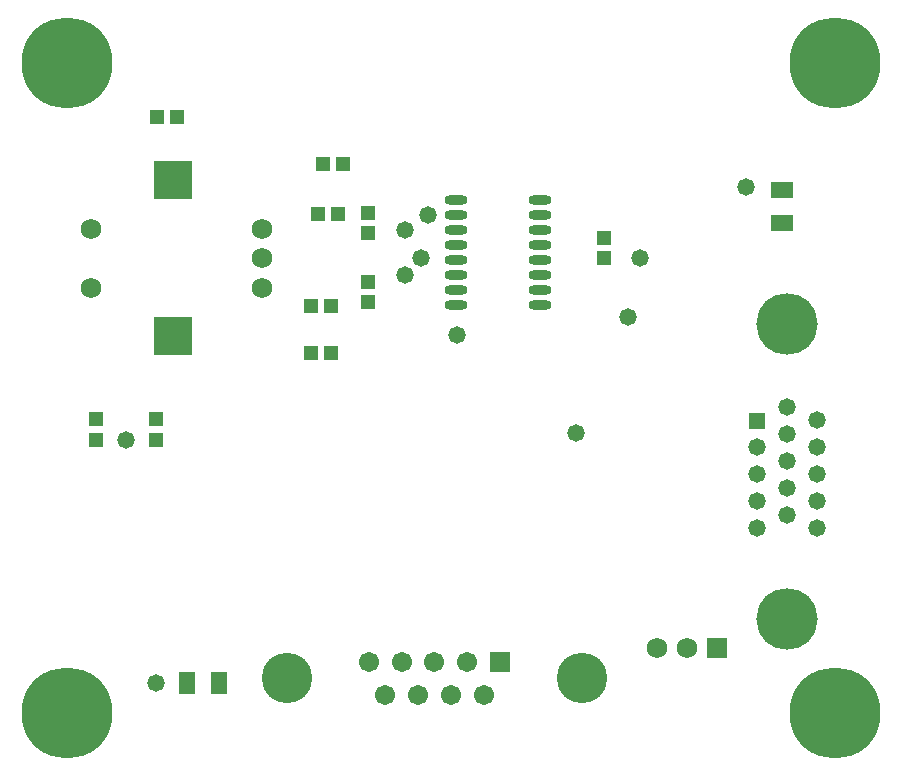
<source format=gts>
G04*
G04 #@! TF.GenerationSoftware,Altium Limited,Altium Designer,22.2.1 (43)*
G04*
G04 Layer_Color=8388736*
%FSLAX25Y25*%
%MOIN*%
G70*
G04*
G04 #@! TF.SameCoordinates,D1B78C00-2002-4AC7-9003-249537FE4B0F*
G04*
G04*
G04 #@! TF.FilePolarity,Negative*
G04*
G01*
G75*
%ADD17R,0.04540X0.04540*%
%ADD18R,0.04540X0.04540*%
%ADD19O,0.07690X0.03162*%
%ADD20R,0.05328X0.07493*%
%ADD21R,0.07493X0.05328*%
%ADD22C,0.06737*%
%ADD23C,0.16808*%
%ADD24R,0.06737X0.06737*%
%ADD25R,0.06800X0.06800*%
%ADD26C,0.06800*%
%ADD27C,0.30328*%
%ADD28C,0.20485*%
%ADD29C,0.05800*%
%ADD30R,0.05800X0.05800*%
%ADD31R,0.12611X0.12611*%
D17*
X110827Y244094D02*
D03*
X117520D02*
D03*
Y228346D02*
D03*
X110827D02*
D03*
X121457Y291339D02*
D03*
X114764D02*
D03*
X66339Y307087D02*
D03*
X59646D02*
D03*
X119882Y274606D02*
D03*
X113189D02*
D03*
D18*
X129921Y245276D02*
D03*
Y251969D02*
D03*
X208661Y266535D02*
D03*
Y259842D02*
D03*
X39370Y199409D02*
D03*
Y206102D02*
D03*
X59055Y199409D02*
D03*
Y206102D02*
D03*
X129921Y268307D02*
D03*
Y275000D02*
D03*
D19*
X159153Y279311D02*
D03*
Y274311D02*
D03*
Y269311D02*
D03*
Y264311D02*
D03*
Y259311D02*
D03*
Y254311D02*
D03*
Y249311D02*
D03*
Y244311D02*
D03*
X187303Y279311D02*
D03*
Y274311D02*
D03*
Y269311D02*
D03*
Y264311D02*
D03*
Y259311D02*
D03*
Y254311D02*
D03*
Y249311D02*
D03*
Y244311D02*
D03*
D20*
X80216Y118110D02*
D03*
X69390D02*
D03*
D21*
X267717Y282480D02*
D03*
Y271654D02*
D03*
D22*
X168386Y114173D02*
D03*
X146575D02*
D03*
X157480D02*
D03*
X162933Y125354D02*
D03*
X141122D02*
D03*
X135669Y114173D02*
D03*
X130217Y125354D02*
D03*
X152027D02*
D03*
D23*
X201220Y119764D02*
D03*
X102835D02*
D03*
D24*
X173839Y125354D02*
D03*
D25*
X246220Y129921D02*
D03*
D26*
X236221D02*
D03*
X226220D02*
D03*
X94488Y250000D02*
D03*
Y259842D02*
D03*
Y269685D02*
D03*
X37402Y250000D02*
D03*
Y269685D02*
D03*
D27*
X29528Y108268D02*
D03*
X285433D02*
D03*
Y324803D02*
D03*
X29528D02*
D03*
D28*
X269528Y139606D02*
D03*
Y237992D02*
D03*
D29*
Y210315D02*
D03*
Y201339D02*
D03*
Y192362D02*
D03*
Y183386D02*
D03*
Y174409D02*
D03*
X259528Y169921D02*
D03*
Y178898D02*
D03*
Y187874D02*
D03*
Y196850D02*
D03*
X279528Y169921D02*
D03*
Y178898D02*
D03*
Y187874D02*
D03*
Y196850D02*
D03*
Y205827D02*
D03*
X220472Y259842D02*
D03*
X199213Y201575D02*
D03*
X59055Y118110D02*
D03*
X216535Y240158D02*
D03*
X147638Y259842D02*
D03*
X159449Y234252D02*
D03*
X255906Y283465D02*
D03*
X49213Y199409D02*
D03*
X149902Y274311D02*
D03*
X142342Y254311D02*
D03*
X142106Y269311D02*
D03*
D30*
X259685Y205748D02*
D03*
D31*
X64961Y233858D02*
D03*
Y285827D02*
D03*
M02*

</source>
